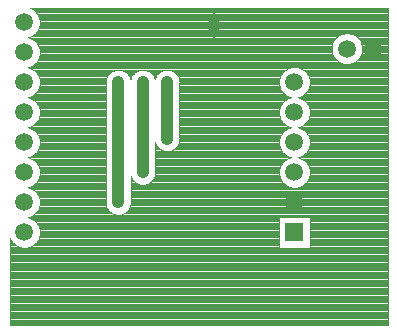
<source format=gbr>
G04 DipTrace 3.0.0.2*
G04 Bottom.gbr*
%MOIN*%
G04 #@! TF.FileFunction,Copper,L2,Bot*
G04 #@! TF.Part,Single*
G04 #@! TA.AperFunction,Conductor*
%ADD13C,0.03937*%
G04 #@! TA.AperFunction,CopperBalancing*
%ADD15C,0.003937*%
G04 #@! TA.AperFunction,ComponentPad*
%ADD16C,0.059055*%
%ADD19R,0.059055X0.059055*%
%ADD20C,0.059055*%
G04 #@! TA.AperFunction,ViaPad*
%ADD21C,0.04*%
%FSLAX26Y26*%
G04*
G70*
G90*
G75*
G01*
G04 Bottom*
%LPD*%
X772264Y825197D2*
D13*
Y1225197D1*
X853514Y925197D2*
Y1225197D1*
X934764Y1037697D2*
Y1225197D1*
D21*
X772264Y825197D3*
Y1225197D3*
X853514D3*
X934764D3*
X853514Y925197D3*
X934764Y1037697D3*
X1090995Y1437659D3*
Y1393913D3*
X486301Y1469381D2*
D15*
X1669823D1*
X491861Y1465575D2*
X1669823D1*
X496190Y1461769D2*
X1669823D1*
X499681Y1457963D2*
X1669823D1*
X502549Y1454157D2*
X1669823D1*
X504910Y1450352D2*
X1669823D1*
X506847Y1446546D2*
X1669823D1*
X508408Y1442740D2*
X1669823D1*
X509623Y1438934D2*
X1669823D1*
X510523Y1435129D2*
X1669823D1*
X511130Y1431323D2*
X1669823D1*
X511446Y1427517D2*
X1669823D1*
X511476Y1423711D2*
X1669823D1*
X511223Y1419906D2*
X1669823D1*
X510684Y1416100D2*
X1669823D1*
X509846Y1412294D2*
X1669823D1*
X508701Y1408488D2*
X1669823D1*
X507216Y1404682D2*
X1669823D1*
X505371Y1400877D2*
X1669823D1*
X503103Y1397071D2*
X1669823D1*
X500357Y1393265D2*
X1669823D1*
X497013Y1389459D2*
X1669823D1*
X492899Y1385654D2*
X1516049D1*
X1553484D2*
X1669823D1*
X487662Y1381848D2*
X1508175D1*
X1561358D2*
X1669823D1*
X480457Y1378042D2*
X1502623D1*
X1566902D2*
X1669823D1*
X475351Y1374236D2*
X1498309D1*
X1571224D2*
X1669823D1*
X484440Y1370430D2*
X1494818D1*
X1574707D2*
X1669823D1*
X490476Y1366625D2*
X1491957D1*
X1577567D2*
X1669823D1*
X495090Y1362819D2*
X1489597D1*
X1579928D2*
X1669823D1*
X498789Y1359013D2*
X1487667D1*
X1581858D2*
X1669823D1*
X501811Y1355207D2*
X1486113D1*
X1583419D2*
X1669823D1*
X504302Y1351402D2*
X1484891D1*
X1584634D2*
X1669823D1*
X506355Y1347596D2*
X1483991D1*
X1585534D2*
X1669823D1*
X508008Y1343790D2*
X1483391D1*
X1586133D2*
X1669823D1*
X509323Y1339984D2*
X1483084D1*
X1586449D2*
X1669823D1*
X510308Y1336178D2*
X1483053D1*
X1586472D2*
X1669823D1*
X510992Y1332373D2*
X1483307D1*
X1586218D2*
X1669823D1*
X511384Y1328567D2*
X1483853D1*
X1585680D2*
X1669823D1*
X511492Y1324761D2*
X1484691D1*
X1584842D2*
X1669823D1*
X511323Y1320955D2*
X1485837D1*
X1583688D2*
X1669823D1*
X510861Y1317150D2*
X1487321D1*
X1582204D2*
X1669823D1*
X510108Y1313344D2*
X1489174D1*
X1580351D2*
X1669823D1*
X509047Y1309538D2*
X1491442D1*
X1578083D2*
X1669823D1*
X507662Y1305732D2*
X1494195D1*
X1575330D2*
X1669823D1*
X505917Y1301927D2*
X1497548D1*
X1571985D2*
X1669823D1*
X503772Y1298121D2*
X1501669D1*
X1567856D2*
X1669823D1*
X501173Y1294315D2*
X1506921D1*
X1562611D2*
X1669823D1*
X498004Y1290509D2*
X1514149D1*
X1555383D2*
X1669823D1*
X494129Y1286703D2*
X1528429D1*
X1541096D2*
X1669823D1*
X489254Y1282898D2*
X1669823D1*
X482741Y1279092D2*
X1669823D1*
X472183Y1275286D2*
X1348111D1*
X1371413D2*
X1669823D1*
X482372Y1271480D2*
X1337153D1*
X1382370D2*
X1669823D1*
X488992Y1267675D2*
X1330540D1*
X1388991D2*
X1669823D1*
X493921Y1263869D2*
X755975D1*
X788551D2*
X837230D1*
X869806D2*
X918477D1*
X951053D2*
X1325604D1*
X1393920D2*
X1669823D1*
X497843Y1260063D2*
X748793D1*
X795733D2*
X830048D1*
X876988D2*
X911295D1*
X958235D2*
X1321690D1*
X1397841D2*
X1669823D1*
X501034Y1256257D2*
X743880D1*
X800647D2*
X825134D1*
X881901D2*
X906381D1*
X963148D2*
X1318491D1*
X1401033D2*
X1669823D1*
X503664Y1252451D2*
X740166D1*
X804368D2*
X821413D1*
X885615D2*
X902660D1*
X966862D2*
X1315861D1*
X1403662D2*
X1669823D1*
X505825Y1248646D2*
X737252D1*
X807275D2*
X818506D1*
X888522D2*
X899753D1*
X969776D2*
X1313700D1*
X1405831D2*
X1669823D1*
X507593Y1244840D2*
X734960D1*
X809566D2*
X816215D1*
X890821D2*
X897462D1*
X972068D2*
X1311939D1*
X1407592D2*
X1669823D1*
X508993Y1241034D2*
X733176D1*
X811350D2*
X814423D1*
X892605D2*
X895678D1*
X973852D2*
X1310532D1*
X1408991D2*
X1669823D1*
X510069Y1237228D2*
X731830D1*
X975198D2*
X1309463D1*
X1410068D2*
X1669823D1*
X510831Y1233423D2*
X730877D1*
X976151D2*
X1308694D1*
X1410829D2*
X1669823D1*
X511307Y1229617D2*
X730293D1*
X976735D2*
X1308225D1*
X1411306D2*
X1669823D1*
X511492Y1225811D2*
X730062D1*
X976966D2*
X1308033D1*
X1411490D2*
X1669823D1*
X511400Y1222005D2*
X730185D1*
X976843D2*
X1308133D1*
X1411398D2*
X1669823D1*
X511015Y1218199D2*
X730385D1*
X976643D2*
X1308510D1*
X1411014D2*
X1669823D1*
X510346Y1214394D2*
X730385D1*
X976643D2*
X1309179D1*
X1410345D2*
X1669823D1*
X509377Y1210588D2*
X730385D1*
X976643D2*
X1310155D1*
X1409376D2*
X1669823D1*
X508078Y1206782D2*
X730385D1*
X976643D2*
X1311447D1*
X1408076D2*
X1669823D1*
X506440Y1202976D2*
X730385D1*
X976643D2*
X1313093D1*
X1406438D2*
X1669823D1*
X504410Y1199171D2*
X730385D1*
X976643D2*
X1315115D1*
X1404408D2*
X1669823D1*
X501941Y1195365D2*
X730385D1*
X976643D2*
X1317591D1*
X1401940D2*
X1669823D1*
X498943Y1191559D2*
X730385D1*
X976643D2*
X1320590D1*
X1398941D2*
X1669823D1*
X495282Y1187753D2*
X730385D1*
X976643D2*
X1324250D1*
X1395281D2*
X1669823D1*
X490723Y1183948D2*
X730385D1*
X976643D2*
X1328810D1*
X1390721D2*
X1669823D1*
X484771Y1180142D2*
X730385D1*
X976643D2*
X1334762D1*
X1384769D2*
X1669823D1*
X475913Y1176336D2*
X730385D1*
X976643D2*
X1343612D1*
X1375911D2*
X1669823D1*
X480034Y1172530D2*
X730385D1*
X976643D2*
X1339491D1*
X1380040D2*
X1669823D1*
X487378Y1168724D2*
X730385D1*
X976643D2*
X1332147D1*
X1387376D2*
X1669823D1*
X492683Y1164919D2*
X730385D1*
X976643D2*
X1326849D1*
X1392682D2*
X1669823D1*
X496843Y1161113D2*
X730385D1*
X976643D2*
X1322689D1*
X1396842D2*
X1669823D1*
X500211Y1157307D2*
X730385D1*
X976643D2*
X1319314D1*
X1400218D2*
X1669823D1*
X502987Y1153501D2*
X730385D1*
X976643D2*
X1316538D1*
X1402986D2*
X1669823D1*
X505271Y1149696D2*
X730385D1*
X976643D2*
X1314254D1*
X1405277D2*
X1669823D1*
X507140Y1145890D2*
X730385D1*
X976643D2*
X1312385D1*
X1407138D2*
X1669823D1*
X508639Y1142084D2*
X730385D1*
X976643D2*
X1310886D1*
X1408637D2*
X1669823D1*
X509800Y1138278D2*
X730385D1*
X976643D2*
X1309725D1*
X1409799D2*
X1669823D1*
X510654Y1134472D2*
X730385D1*
X976643D2*
X1308879D1*
X1410652D2*
X1669823D1*
X511207Y1130667D2*
X730385D1*
X976643D2*
X1308325D1*
X1411206D2*
X1669823D1*
X511469Y1126861D2*
X730385D1*
X976643D2*
X1308056D1*
X1411467D2*
X1669823D1*
X511453Y1123055D2*
X730385D1*
X976643D2*
X1308079D1*
X1411452D2*
X1669823D1*
X511153Y1119249D2*
X730385D1*
X976643D2*
X1308379D1*
X1411152D2*
X1669823D1*
X510561Y1115444D2*
X730385D1*
X976643D2*
X1308964D1*
X1410560D2*
X1669823D1*
X509669Y1111638D2*
X730385D1*
X976643D2*
X1309855D1*
X1409676D2*
X1669823D1*
X508470Y1107832D2*
X730385D1*
X976643D2*
X1311055D1*
X1408468D2*
X1669823D1*
X506924Y1104026D2*
X730385D1*
X976643D2*
X1312601D1*
X1406930D2*
X1669823D1*
X505010Y1100220D2*
X730385D1*
X976643D2*
X1314515D1*
X1405008D2*
X1669823D1*
X502672Y1096415D2*
X730385D1*
X976643D2*
X1316861D1*
X1402670D2*
X1669823D1*
X499827Y1092609D2*
X730385D1*
X976643D2*
X1319698D1*
X1399825D2*
X1669823D1*
X496367Y1088803D2*
X730385D1*
X976643D2*
X1323158D1*
X1396365D2*
X1669823D1*
X492091Y1084997D2*
X730385D1*
X976643D2*
X1327441D1*
X1392090D2*
X1669823D1*
X486601Y1081192D2*
X730385D1*
X976643D2*
X1332932D1*
X1386599D2*
X1669823D1*
X478858Y1077386D2*
X730385D1*
X976643D2*
X1340667D1*
X1378856D2*
X1669823D1*
X477327Y1073580D2*
X730385D1*
X976643D2*
X1342205D1*
X1377326D2*
X1669823D1*
X485624Y1069774D2*
X730385D1*
X976643D2*
X1333908D1*
X1385623D2*
X1669823D1*
X491353Y1065969D2*
X730385D1*
X976643D2*
X1328172D1*
X1391352D2*
X1669823D1*
X495782Y1062163D2*
X730385D1*
X976643D2*
X1323743D1*
X1395781D2*
X1669823D1*
X499350Y1058357D2*
X730385D1*
X976643D2*
X1320175D1*
X1399349D2*
X1669823D1*
X502272Y1054551D2*
X730385D1*
X976643D2*
X1317253D1*
X1402278D2*
X1669823D1*
X504687Y1050745D2*
X730385D1*
X976643D2*
X1314838D1*
X1404685D2*
X1669823D1*
X506663Y1046940D2*
X730385D1*
X976643D2*
X1312862D1*
X1406661D2*
X1669823D1*
X508262Y1043134D2*
X730385D1*
X976643D2*
X1311270D1*
X1408261D2*
X1669823D1*
X509516Y1039328D2*
X730385D1*
X976935D2*
X1310017D1*
X1409514D2*
X1669823D1*
X510446Y1035522D2*
X730385D1*
X976912D2*
X1309079D1*
X1410445D2*
X1669823D1*
X511077Y1031717D2*
X730385D1*
X976535D2*
X1308448D1*
X1411083D2*
X1669823D1*
X511423Y1027911D2*
X730385D1*
X975805D2*
X1308102D1*
X1411421D2*
X1669823D1*
X511484Y1024105D2*
X730385D1*
X974698D2*
X1308041D1*
X1411483D2*
X1669823D1*
X511261Y1020299D2*
X730385D1*
X973175D2*
X1308264D1*
X1411260D2*
X1669823D1*
X510754Y1016493D2*
X730385D1*
X895389D2*
X898338D1*
X971191D2*
X1308771D1*
X1410752D2*
X1669823D1*
X509946Y1012688D2*
X730385D1*
X895389D2*
X900860D1*
X968661D2*
X1309579D1*
X1409952D2*
X1669823D1*
X508831Y1008882D2*
X730385D1*
X895389D2*
X904075D1*
X965455D2*
X1310694D1*
X1408837D2*
X1669823D1*
X507386Y1005076D2*
X730385D1*
X895389D2*
X908219D1*
X961310D2*
X1312139D1*
X1407392D2*
X1669823D1*
X505579Y1001270D2*
X730385D1*
X895389D2*
X913848D1*
X955682D2*
X1313946D1*
X1405577D2*
X1669823D1*
X503364Y997465D2*
X730385D1*
X895389D2*
X922991D1*
X946539D2*
X1316169D1*
X1403363D2*
X1669823D1*
X500665Y993659D2*
X730385D1*
X895389D2*
X1318860D1*
X1400663D2*
X1669823D1*
X497389Y989853D2*
X730385D1*
X895389D2*
X1322136D1*
X1397395D2*
X1669823D1*
X493368Y986047D2*
X730385D1*
X895389D2*
X1326157D1*
X1393366D2*
X1669823D1*
X488270Y982241D2*
X730385D1*
X895389D2*
X1331255D1*
X1388276D2*
X1669823D1*
X481349Y978436D2*
X730385D1*
X895389D2*
X1338183D1*
X1381348D2*
X1669823D1*
X474013Y974630D2*
X730385D1*
X895389D2*
X1345512D1*
X1374012D2*
X1669823D1*
X483687Y970824D2*
X730385D1*
X895389D2*
X1335838D1*
X1383693D2*
X1669823D1*
X489931Y967018D2*
X730385D1*
X895389D2*
X1329594D1*
X1389937D2*
X1669823D1*
X494660Y963213D2*
X730385D1*
X895389D2*
X1324865D1*
X1394658D2*
X1669823D1*
X498435Y959407D2*
X730385D1*
X895389D2*
X1321090D1*
X1398434D2*
X1669823D1*
X501526Y955601D2*
X730385D1*
X895389D2*
X1318006D1*
X1401525D2*
X1669823D1*
X504071Y951795D2*
X730385D1*
X895389D2*
X1315461D1*
X1404070D2*
X1669823D1*
X506155Y947990D2*
X730385D1*
X895389D2*
X1313370D1*
X1406161D2*
X1669823D1*
X507855Y944184D2*
X730385D1*
X895389D2*
X1311670D1*
X1407853D2*
X1669823D1*
X509200Y940378D2*
X730385D1*
X895389D2*
X1310325D1*
X1409199D2*
X1669823D1*
X510223Y936572D2*
X730385D1*
X895389D2*
X1309310D1*
X1410222D2*
X1669823D1*
X510938Y932766D2*
X730385D1*
X895389D2*
X1308594D1*
X1410937D2*
X1669823D1*
X511361Y928961D2*
X730385D1*
X895550D2*
X1308171D1*
X1411360D2*
X1669823D1*
X511499Y925155D2*
X730385D1*
X895719D2*
X1308033D1*
X1411498D2*
X1669823D1*
X511353Y921349D2*
X730385D1*
X895542D2*
X1308179D1*
X1411352D2*
X1669823D1*
X510923Y917543D2*
X730385D1*
X895012D2*
X1308602D1*
X1410921D2*
X1669823D1*
X510200Y913738D2*
X730385D1*
X894120D2*
X1309325D1*
X1410198D2*
X1669823D1*
X509177Y909932D2*
X730385D1*
X892836D2*
X1310355D1*
X1409176D2*
X1669823D1*
X507824Y906126D2*
X730385D1*
X891113D2*
X1311709D1*
X1407822D2*
X1669823D1*
X506117Y902320D2*
X730385D1*
X814142D2*
X818122D1*
X888906D2*
X1313408D1*
X1406115D2*
X1669823D1*
X504018Y898514D2*
X730385D1*
X814142D2*
X820928D1*
X886100D2*
X1315507D1*
X1404016D2*
X1669823D1*
X501465Y894709D2*
X730385D1*
X814142D2*
X824512D1*
X882516D2*
X1318068D1*
X1401463D2*
X1669823D1*
X498358Y890903D2*
X730385D1*
X814142D2*
X829202D1*
X877826D2*
X1321167D1*
X1398364D2*
X1669823D1*
X494567Y887097D2*
X730385D1*
X814142D2*
X835900D1*
X871128D2*
X1324958D1*
X1394566D2*
X1669823D1*
X489815Y883291D2*
X730385D1*
X814142D2*
X1329710D1*
X1389814D2*
X1669823D1*
X483525Y879486D2*
X730385D1*
X814142D2*
X1336000D1*
X1383524D2*
X1669823D1*
X473713Y875680D2*
X730385D1*
X814142D2*
X1345819D1*
X1373712D2*
X1669823D1*
X481534Y871874D2*
X730385D1*
X814142D2*
X1669823D1*
X488400Y868068D2*
X730385D1*
X814142D2*
X1669823D1*
X493468Y864262D2*
X730385D1*
X814142D2*
X1669823D1*
X497474Y860457D2*
X730385D1*
X814142D2*
X1669823D1*
X500734Y856651D2*
X730385D1*
X814142D2*
X1669823D1*
X503418Y852845D2*
X730385D1*
X814142D2*
X1669823D1*
X505625Y849039D2*
X730385D1*
X814142D2*
X1669823D1*
X507424Y845234D2*
X730385D1*
X814142D2*
X1669823D1*
X508862Y841428D2*
X730385D1*
X814142D2*
X1669823D1*
X509969Y837622D2*
X730385D1*
X814142D2*
X1669823D1*
X510769Y833816D2*
X730385D1*
X814142D2*
X1669823D1*
X511269Y830010D2*
X730339D1*
X814188D2*
X1669823D1*
X511484Y826205D2*
X730070D1*
X814457D2*
X1669823D1*
X511423Y822399D2*
X730154D1*
X814372D2*
X1669823D1*
X511069Y818593D2*
X730585D1*
X813942D2*
X1669823D1*
X510431Y814787D2*
X731377D1*
X813150D2*
X1669823D1*
X509485Y810982D2*
X732553D1*
X811981D2*
X1669823D1*
X508231Y807176D2*
X734145D1*
X810389D2*
X1669823D1*
X506624Y803370D2*
X736206D1*
X808321D2*
X1669823D1*
X504640Y799564D2*
X738836D1*
X805691D2*
X1669823D1*
X502218Y795759D2*
X742180D1*
X802346D2*
X1669823D1*
X499281Y791953D2*
X746510D1*
X798017D2*
X1669823D1*
X495698Y788147D2*
X752492D1*
X792034D2*
X1669823D1*
X491245Y784341D2*
X762980D1*
X781546D2*
X1669823D1*
X485478Y780535D2*
X1669823D1*
X477089Y776730D2*
X1669823D1*
X479073Y772924D2*
X1308033D1*
X1411498D2*
X1669823D1*
X486739Y769118D2*
X1308033D1*
X1411498D2*
X1669823D1*
X492191Y765312D2*
X1308033D1*
X1411498D2*
X1669823D1*
X496451Y761507D2*
X1308033D1*
X1411498D2*
X1669823D1*
X499896Y757701D2*
X1308033D1*
X1411498D2*
X1669823D1*
X502726Y753895D2*
X1308033D1*
X1411498D2*
X1669823D1*
X505056Y750089D2*
X1308033D1*
X1411498D2*
X1669823D1*
X506963Y746283D2*
X1308033D1*
X1411498D2*
X1669823D1*
X508501Y742478D2*
X1308033D1*
X1411498D2*
X1669823D1*
X509692Y738672D2*
X1308033D1*
X1411498D2*
X1669823D1*
X510577Y734866D2*
X1308033D1*
X1411498D2*
X1669823D1*
X511161Y731060D2*
X1308033D1*
X1411498D2*
X1669823D1*
X511453Y727255D2*
X1308033D1*
X1411498D2*
X1669823D1*
X511469Y723449D2*
X1308033D1*
X1411498D2*
X1669823D1*
X511192Y719643D2*
X1308033D1*
X1411498D2*
X1669823D1*
X510638Y715837D2*
X1308033D1*
X1411498D2*
X1669823D1*
X509777Y712031D2*
X1308033D1*
X1411498D2*
X1669823D1*
X508608Y708226D2*
X1308033D1*
X1411498D2*
X1669823D1*
X507101Y704420D2*
X1308033D1*
X1411498D2*
X1669823D1*
X412178Y700614D2*
X414302D1*
X505225D2*
X1308033D1*
X1411498D2*
X1669823D1*
X412178Y696808D2*
X416593D1*
X502933D2*
X1308033D1*
X1411498D2*
X1669823D1*
X412178Y693003D2*
X419384D1*
X500150D2*
X1308033D1*
X1411498D2*
X1669823D1*
X412178Y689197D2*
X422768D1*
X496759D2*
X1308033D1*
X1411498D2*
X1669823D1*
X412178Y685391D2*
X426951D1*
X492576D2*
X1308033D1*
X1411498D2*
X1669823D1*
X412178Y681585D2*
X432287D1*
X487247D2*
X1308033D1*
X1411498D2*
X1669823D1*
X412178Y677780D2*
X439692D1*
X479834D2*
X1308033D1*
X1411498D2*
X1669823D1*
X412178Y673974D2*
X455932D1*
X463594D2*
X1308033D1*
X1411498D2*
X1669823D1*
X412178Y670168D2*
X1669823D1*
X412178Y666362D2*
X1669823D1*
X412178Y662556D2*
X1669823D1*
X412178Y658751D2*
X1669823D1*
X412178Y654945D2*
X1669823D1*
X412178Y651139D2*
X1669823D1*
X412178Y647333D2*
X1669823D1*
X412178Y643528D2*
X1669823D1*
X412178Y639722D2*
X1669823D1*
X412178Y635916D2*
X1669823D1*
X412178Y632110D2*
X1669823D1*
X412178Y628304D2*
X1669823D1*
X412178Y624499D2*
X1669823D1*
X412178Y620693D2*
X1669823D1*
X412178Y616887D2*
X1669823D1*
X412178Y613081D2*
X1669823D1*
X412178Y609276D2*
X1669823D1*
X412178Y605470D2*
X1669823D1*
X412178Y601664D2*
X1669823D1*
X412178Y597858D2*
X1669823D1*
X412178Y594052D2*
X1669823D1*
X412178Y590247D2*
X1669823D1*
X412178Y586441D2*
X1669823D1*
X412178Y582635D2*
X1669823D1*
X412178Y578829D2*
X1669823D1*
X412178Y575024D2*
X1669823D1*
X412178Y571218D2*
X1669823D1*
X412178Y567412D2*
X1669823D1*
X412178Y563606D2*
X1669823D1*
X412178Y559801D2*
X1669823D1*
X412178Y555995D2*
X1669823D1*
X412178Y552189D2*
X1669823D1*
X412178Y548383D2*
X1669823D1*
X412178Y544577D2*
X1669823D1*
X412178Y540772D2*
X1669823D1*
X412178Y536966D2*
X1669823D1*
X412178Y533160D2*
X1669823D1*
X412178Y529354D2*
X1669823D1*
X412178Y525549D2*
X1669823D1*
X412178Y521743D2*
X1669823D1*
X412178Y517937D2*
X1669823D1*
X412178Y514131D2*
X1669823D1*
X412178Y510325D2*
X1669823D1*
X412178Y506520D2*
X1669823D1*
X412178Y502714D2*
X1669823D1*
X412178Y498908D2*
X1669823D1*
X412178Y495102D2*
X1669823D1*
X412178Y491297D2*
X1669823D1*
X412178Y487491D2*
X1669823D1*
X412178Y483685D2*
X1669823D1*
X412178Y479879D2*
X1669823D1*
X412178Y476073D2*
X1669823D1*
X412178Y472268D2*
X1669823D1*
X412178Y468462D2*
X1669823D1*
X412178Y464656D2*
X1669823D1*
X412178Y460850D2*
X1669823D1*
X412178Y457045D2*
X1669823D1*
X412178Y453239D2*
X1669823D1*
X412178Y449433D2*
X1669823D1*
X412178Y445627D2*
X1669823D1*
X412178Y441822D2*
X1669823D1*
X412178Y438016D2*
X1669823D1*
X412178Y434210D2*
X1669823D1*
X412178Y430404D2*
X1669823D1*
X412178Y426598D2*
X1669823D1*
X412178Y422793D2*
X1669823D1*
X412178Y418987D2*
X1669823D1*
X412178Y415181D2*
X1669823D1*
X511065Y723229D2*
X510763Y719304D1*
X510162Y715415D1*
X509264Y711582D1*
X508076Y707830D1*
X506603Y704180D1*
X504855Y700653D1*
X502842Y697271D1*
X500576Y694052D1*
X498070Y691017D1*
X495339Y688183D1*
X492399Y685566D1*
X489267Y683182D1*
X485961Y681046D1*
X482502Y679168D1*
X478909Y677561D1*
X475203Y676235D1*
X471406Y675196D1*
X467542Y674451D1*
X463631Y674004D1*
X459698Y673858D1*
X455765Y674014D1*
X451855Y674471D1*
X447992Y675226D1*
X444198Y676275D1*
X440496Y677611D1*
X436907Y679227D1*
X433453Y681113D1*
X430153Y683259D1*
X427027Y685650D1*
X424093Y688275D1*
X421369Y691116D1*
X418871Y694158D1*
X416613Y697382D1*
X414609Y700769D1*
X412870Y704301D1*
X411769Y706998D1*
X411785Y650352D1*
Y414735D1*
X1670215D1*
Y1473186D1*
X478002D1*
X480962Y1471955D1*
X484482Y1470193D1*
X487857Y1468167D1*
X491066Y1465889D1*
X494091Y1463371D1*
X496915Y1460629D1*
X499521Y1457678D1*
X501892Y1454537D1*
X504016Y1451223D1*
X505880Y1447757D1*
X507473Y1444157D1*
X508785Y1440446D1*
X509809Y1436646D1*
X510539Y1432778D1*
X510971Y1428866D1*
X511102Y1425197D1*
X510951Y1421264D1*
X510500Y1417354D1*
X509750Y1413490D1*
X508706Y1409695D1*
X507374Y1405991D1*
X505763Y1402400D1*
X503881Y1398942D1*
X501740Y1395640D1*
X499352Y1392511D1*
X496732Y1389574D1*
X493894Y1386846D1*
X490856Y1384344D1*
X487635Y1382082D1*
X484250Y1380074D1*
X480721Y1378330D1*
X477068Y1376863D1*
X473315Y1375679D1*
X471414Y1375198D1*
X475455Y1374079D1*
X479154Y1372733D1*
X482739Y1371108D1*
X486189Y1369212D1*
X489483Y1367059D1*
X492603Y1364659D1*
X495530Y1362027D1*
X498246Y1359179D1*
X500736Y1356130D1*
X502986Y1352901D1*
X504981Y1349508D1*
X506711Y1345972D1*
X508165Y1342314D1*
X509334Y1338556D1*
X510212Y1334719D1*
X510793Y1330826D1*
X511074Y1326900D1*
X511065Y1323229D1*
X510763Y1319304D1*
X510162Y1315415D1*
X509264Y1311582D1*
X508076Y1307830D1*
X506603Y1304180D1*
X504855Y1300653D1*
X502842Y1297271D1*
X500576Y1294052D1*
X498070Y1291017D1*
X495339Y1288183D1*
X492399Y1285566D1*
X489267Y1283182D1*
X485961Y1281046D1*
X482502Y1279168D1*
X478909Y1277561D1*
X475203Y1276235D1*
X471414Y1275198D1*
X475455Y1274079D1*
X479154Y1272733D1*
X482739Y1271108D1*
X486189Y1269212D1*
X489483Y1267059D1*
X492603Y1264659D1*
X495530Y1262027D1*
X498246Y1259179D1*
X500736Y1256130D1*
X502986Y1252901D1*
X504981Y1249508D1*
X506711Y1245972D1*
X508165Y1242314D1*
X509334Y1238556D1*
X510212Y1234719D1*
X510793Y1230826D1*
X511074Y1226900D1*
X511065Y1223229D1*
X510763Y1219304D1*
X510162Y1215415D1*
X509264Y1211582D1*
X508076Y1207830D1*
X506603Y1204180D1*
X504855Y1200653D1*
X502842Y1197271D1*
X500576Y1194052D1*
X498070Y1191017D1*
X495339Y1188183D1*
X492399Y1185566D1*
X489267Y1183182D1*
X485961Y1181046D1*
X482502Y1179168D1*
X478909Y1177561D1*
X475203Y1176235D1*
X471414Y1175198D1*
X475455Y1174079D1*
X479154Y1172733D1*
X482739Y1171108D1*
X486189Y1169212D1*
X489483Y1167059D1*
X492603Y1164659D1*
X495530Y1162027D1*
X498246Y1159179D1*
X500736Y1156130D1*
X502986Y1152901D1*
X504981Y1149508D1*
X506711Y1145972D1*
X508165Y1142314D1*
X509334Y1138556D1*
X510212Y1134719D1*
X510793Y1130826D1*
X511074Y1126900D1*
X511065Y1123229D1*
X510763Y1119304D1*
X510162Y1115415D1*
X509264Y1111582D1*
X508076Y1107830D1*
X506603Y1104180D1*
X504855Y1100653D1*
X502842Y1097271D1*
X500576Y1094052D1*
X498070Y1091017D1*
X495339Y1088183D1*
X492399Y1085566D1*
X489267Y1083182D1*
X485961Y1081046D1*
X482502Y1079168D1*
X478909Y1077561D1*
X475203Y1076235D1*
X471414Y1075198D1*
X475455Y1074079D1*
X479154Y1072733D1*
X482739Y1071108D1*
X486189Y1069212D1*
X489483Y1067059D1*
X492603Y1064659D1*
X495530Y1062027D1*
X498246Y1059179D1*
X500736Y1056130D1*
X502986Y1052901D1*
X504981Y1049508D1*
X506711Y1045972D1*
X508165Y1042314D1*
X509334Y1038556D1*
X510212Y1034719D1*
X510793Y1030826D1*
X511074Y1026900D1*
X511065Y1023229D1*
X510763Y1019304D1*
X510162Y1015415D1*
X509264Y1011582D1*
X508076Y1007830D1*
X506603Y1004180D1*
X504855Y1000653D1*
X502842Y997271D1*
X500576Y994052D1*
X498070Y991017D1*
X495339Y988183D1*
X492399Y985566D1*
X489267Y983182D1*
X485961Y981046D1*
X482502Y979168D1*
X478909Y977561D1*
X475203Y976235D1*
X471414Y975198D1*
X475455Y974079D1*
X479154Y972733D1*
X482739Y971108D1*
X486189Y969212D1*
X489483Y967059D1*
X492603Y964659D1*
X495530Y962027D1*
X498246Y959179D1*
X500736Y956130D1*
X502986Y952901D1*
X504981Y949508D1*
X506711Y945972D1*
X508165Y942314D1*
X509334Y938556D1*
X510212Y934719D1*
X510793Y930826D1*
X511074Y926900D1*
X511065Y923229D1*
X510763Y919304D1*
X510162Y915415D1*
X509264Y911582D1*
X508076Y907830D1*
X506603Y904180D1*
X504855Y900653D1*
X502842Y897271D1*
X500576Y894052D1*
X498070Y891017D1*
X495339Y888183D1*
X492399Y885566D1*
X489267Y883182D1*
X485961Y881046D1*
X482502Y879168D1*
X478909Y877561D1*
X475203Y876235D1*
X471414Y875198D1*
X475455Y874079D1*
X479154Y872733D1*
X482739Y871108D1*
X486189Y869212D1*
X489483Y867059D1*
X492603Y864659D1*
X495530Y862027D1*
X498246Y859179D1*
X500736Y856130D1*
X502986Y852901D1*
X504981Y849508D1*
X506711Y845972D1*
X508165Y842314D1*
X509334Y838556D1*
X510212Y834719D1*
X510793Y830826D1*
X511074Y826900D1*
X511065Y823229D1*
X510763Y819304D1*
X510162Y815415D1*
X509264Y811582D1*
X508076Y807830D1*
X506603Y804180D1*
X504855Y800653D1*
X502842Y797271D1*
X500576Y794052D1*
X498070Y791017D1*
X495339Y788183D1*
X492399Y785566D1*
X489267Y783182D1*
X485961Y781046D1*
X482502Y779168D1*
X478909Y777561D1*
X475203Y776235D1*
X471414Y775198D1*
X475455Y774079D1*
X479154Y772733D1*
X482739Y771108D1*
X486189Y769212D1*
X489483Y767059D1*
X492603Y764659D1*
X495530Y762027D1*
X498246Y759179D1*
X500736Y756130D1*
X502986Y752901D1*
X504981Y749508D1*
X506711Y745972D1*
X508165Y742314D1*
X509334Y738556D1*
X510212Y734719D1*
X510793Y730826D1*
X511074Y726900D1*
X511065Y723229D1*
X1310394Y776535D2*
X1411102D1*
Y673858D1*
X1308425D1*
Y776535D1*
X1310394D1*
X1411065Y923229D2*
X1410763Y919304D1*
X1410162Y915415D1*
X1409264Y911582D1*
X1408076Y907830D1*
X1406603Y904180D1*
X1404855Y900653D1*
X1402842Y897271D1*
X1400576Y894052D1*
X1398070Y891017D1*
X1395339Y888183D1*
X1392399Y885566D1*
X1389267Y883182D1*
X1385961Y881046D1*
X1382502Y879168D1*
X1378909Y877561D1*
X1375203Y876235D1*
X1371406Y875196D1*
X1367542Y874451D1*
X1363631Y874004D1*
X1359698Y873858D1*
X1355765Y874014D1*
X1351855Y874471D1*
X1347992Y875226D1*
X1344198Y876275D1*
X1340496Y877611D1*
X1336907Y879227D1*
X1333453Y881113D1*
X1330153Y883259D1*
X1327027Y885650D1*
X1324093Y888275D1*
X1321369Y891116D1*
X1318871Y894158D1*
X1316613Y897382D1*
X1314609Y900769D1*
X1312870Y904301D1*
X1311407Y907955D1*
X1310228Y911710D1*
X1309341Y915545D1*
X1308749Y919436D1*
X1308458Y923361D1*
X1308468Y927297D1*
X1308780Y931221D1*
X1309391Y935109D1*
X1310299Y938939D1*
X1311497Y942688D1*
X1312979Y946335D1*
X1314736Y949857D1*
X1316757Y953234D1*
X1319032Y956447D1*
X1321545Y959475D1*
X1324284Y962303D1*
X1327231Y964912D1*
X1330369Y967287D1*
X1333680Y969416D1*
X1337145Y971284D1*
X1340742Y972881D1*
X1344451Y974199D1*
X1348123Y975196D1*
X1344198Y976275D1*
X1340496Y977611D1*
X1336907Y979227D1*
X1333453Y981113D1*
X1330153Y983259D1*
X1327027Y985650D1*
X1324093Y988275D1*
X1321369Y991116D1*
X1318871Y994158D1*
X1316613Y997382D1*
X1314609Y1000769D1*
X1312870Y1004301D1*
X1311407Y1007955D1*
X1310228Y1011710D1*
X1309341Y1015545D1*
X1308749Y1019436D1*
X1308458Y1023361D1*
X1308468Y1027297D1*
X1308780Y1031221D1*
X1309391Y1035109D1*
X1310299Y1038939D1*
X1311497Y1042688D1*
X1312979Y1046335D1*
X1314736Y1049857D1*
X1316757Y1053234D1*
X1319032Y1056447D1*
X1321545Y1059475D1*
X1324284Y1062303D1*
X1327231Y1064912D1*
X1330369Y1067287D1*
X1333680Y1069416D1*
X1337145Y1071284D1*
X1340742Y1072881D1*
X1344451Y1074199D1*
X1348123Y1075196D1*
X1344198Y1076275D1*
X1340496Y1077611D1*
X1336907Y1079227D1*
X1333453Y1081113D1*
X1330153Y1083259D1*
X1327027Y1085650D1*
X1324093Y1088275D1*
X1321369Y1091116D1*
X1318871Y1094158D1*
X1316613Y1097382D1*
X1314609Y1100769D1*
X1312870Y1104301D1*
X1311407Y1107955D1*
X1310228Y1111710D1*
X1309341Y1115545D1*
X1308749Y1119436D1*
X1308458Y1123361D1*
X1308468Y1127297D1*
X1308780Y1131221D1*
X1309391Y1135109D1*
X1310299Y1138939D1*
X1311497Y1142688D1*
X1312979Y1146335D1*
X1314736Y1149857D1*
X1316757Y1153234D1*
X1319032Y1156447D1*
X1321545Y1159475D1*
X1324284Y1162303D1*
X1327231Y1164912D1*
X1330369Y1167287D1*
X1333680Y1169416D1*
X1337145Y1171284D1*
X1340742Y1172881D1*
X1344451Y1174199D1*
X1348123Y1175196D1*
X1344198Y1176275D1*
X1340496Y1177611D1*
X1336907Y1179227D1*
X1333453Y1181113D1*
X1330153Y1183259D1*
X1327027Y1185650D1*
X1324093Y1188275D1*
X1321369Y1191116D1*
X1318871Y1194158D1*
X1316613Y1197382D1*
X1314609Y1200769D1*
X1312870Y1204301D1*
X1311407Y1207955D1*
X1310228Y1211710D1*
X1309341Y1215545D1*
X1308749Y1219436D1*
X1308458Y1223361D1*
X1308468Y1227297D1*
X1308780Y1231221D1*
X1309391Y1235109D1*
X1310299Y1238939D1*
X1311497Y1242688D1*
X1312979Y1246335D1*
X1314736Y1249857D1*
X1316757Y1253234D1*
X1319032Y1256447D1*
X1321545Y1259475D1*
X1324284Y1262303D1*
X1327231Y1264912D1*
X1330369Y1267287D1*
X1333680Y1269416D1*
X1337145Y1271284D1*
X1340742Y1272881D1*
X1344451Y1274199D1*
X1348250Y1275228D1*
X1352117Y1275963D1*
X1356029Y1276399D1*
X1359962Y1276535D1*
X1363895Y1276369D1*
X1367803Y1275902D1*
X1371664Y1275137D1*
X1375455Y1274079D1*
X1379154Y1272733D1*
X1382739Y1271108D1*
X1386189Y1269212D1*
X1389483Y1267059D1*
X1392603Y1264659D1*
X1395530Y1262027D1*
X1398246Y1259179D1*
X1400736Y1256130D1*
X1402986Y1252901D1*
X1404981Y1249508D1*
X1406711Y1245972D1*
X1408165Y1242314D1*
X1409334Y1238556D1*
X1410212Y1234719D1*
X1410793Y1230826D1*
X1411074Y1226900D1*
X1411065Y1223229D1*
X1410763Y1219304D1*
X1410162Y1215415D1*
X1409264Y1211582D1*
X1408076Y1207830D1*
X1406603Y1204180D1*
X1404855Y1200653D1*
X1402842Y1197271D1*
X1400576Y1194052D1*
X1398070Y1191017D1*
X1395339Y1188183D1*
X1392399Y1185566D1*
X1389267Y1183182D1*
X1385961Y1181046D1*
X1382502Y1179168D1*
X1378909Y1177561D1*
X1375203Y1176235D1*
X1371414Y1175198D1*
X1375455Y1174079D1*
X1379154Y1172733D1*
X1382739Y1171108D1*
X1386189Y1169212D1*
X1389483Y1167059D1*
X1392603Y1164659D1*
X1395530Y1162027D1*
X1398246Y1159179D1*
X1400736Y1156130D1*
X1402986Y1152901D1*
X1404981Y1149508D1*
X1406711Y1145972D1*
X1408165Y1142314D1*
X1409334Y1138556D1*
X1410212Y1134719D1*
X1410793Y1130826D1*
X1411074Y1126900D1*
X1411065Y1123229D1*
X1410763Y1119304D1*
X1410162Y1115415D1*
X1409264Y1111582D1*
X1408076Y1107830D1*
X1406603Y1104180D1*
X1404855Y1100653D1*
X1402842Y1097271D1*
X1400576Y1094052D1*
X1398070Y1091017D1*
X1395339Y1088183D1*
X1392399Y1085566D1*
X1389267Y1083182D1*
X1385961Y1081046D1*
X1382502Y1079168D1*
X1378909Y1077561D1*
X1375203Y1076235D1*
X1371414Y1075198D1*
X1375455Y1074079D1*
X1379154Y1072733D1*
X1382739Y1071108D1*
X1386189Y1069212D1*
X1389483Y1067059D1*
X1392603Y1064659D1*
X1395530Y1062027D1*
X1398246Y1059179D1*
X1400736Y1056130D1*
X1402986Y1052901D1*
X1404981Y1049508D1*
X1406711Y1045972D1*
X1408165Y1042314D1*
X1409334Y1038556D1*
X1410212Y1034719D1*
X1410793Y1030826D1*
X1411074Y1026900D1*
X1411065Y1023229D1*
X1410763Y1019304D1*
X1410162Y1015415D1*
X1409264Y1011582D1*
X1408076Y1007830D1*
X1406603Y1004180D1*
X1404855Y1000653D1*
X1402842Y997271D1*
X1400576Y994052D1*
X1398070Y991017D1*
X1395339Y988183D1*
X1392399Y985566D1*
X1389267Y983182D1*
X1385961Y981046D1*
X1382502Y979168D1*
X1378909Y977561D1*
X1375203Y976235D1*
X1371414Y975198D1*
X1375455Y974079D1*
X1379154Y972733D1*
X1382739Y971108D1*
X1386189Y969212D1*
X1389483Y967059D1*
X1392603Y964659D1*
X1395530Y962027D1*
X1398246Y959179D1*
X1400736Y956130D1*
X1402986Y952901D1*
X1404981Y949508D1*
X1406711Y945972D1*
X1408165Y942314D1*
X1409334Y938556D1*
X1410212Y934719D1*
X1410793Y930826D1*
X1411074Y926900D1*
X1411065Y923229D1*
X814028Y823229D2*
X813658Y819311D1*
X812922Y815445D1*
X811825Y811665D1*
X810377Y808006D1*
X808592Y804498D1*
X806485Y801174D1*
X804075Y798063D1*
X801383Y795192D1*
X798432Y792588D1*
X795250Y790272D1*
X791865Y788265D1*
X788306Y786586D1*
X784604Y785248D1*
X780793Y784265D1*
X776907Y783644D1*
X772980Y783392D1*
X769046Y783510D1*
X765141Y783997D1*
X761298Y784849D1*
X757553Y786059D1*
X753939Y787616D1*
X750486Y789505D1*
X747227Y791711D1*
X744190Y794213D1*
X741401Y796990D1*
X738885Y800017D1*
X736666Y803267D1*
X734761Y806711D1*
X733189Y810319D1*
X731964Y814059D1*
X731095Y817897D1*
X730591Y821800D1*
X730456Y825733D1*
X730692Y829662D1*
X730781Y830340D1*
X730768Y903937D1*
Y1220074D1*
X730477Y1223765D1*
X730528Y1227700D1*
X730948Y1231613D1*
X731734Y1235470D1*
X732880Y1239235D1*
X734374Y1242876D1*
X736204Y1246360D1*
X738354Y1249656D1*
X740804Y1252736D1*
X743532Y1255572D1*
X746516Y1258139D1*
X749727Y1260414D1*
X753138Y1262377D1*
X756719Y1264011D1*
X760437Y1265300D1*
X764260Y1266235D1*
X768154Y1266805D1*
X772084Y1267007D1*
X776016Y1266839D1*
X779915Y1266302D1*
X783746Y1265400D1*
X787475Y1264143D1*
X791070Y1262540D1*
X794497Y1260606D1*
X797728Y1258359D1*
X800733Y1255818D1*
X803486Y1253005D1*
X805963Y1249947D1*
X808140Y1246669D1*
X810000Y1243200D1*
X811526Y1239572D1*
X812704Y1235817D1*
X812883Y1235062D1*
X813513Y1237366D1*
X814835Y1241073D1*
X816499Y1244639D1*
X818491Y1248033D1*
X820793Y1251225D1*
X823385Y1254187D1*
X826245Y1256891D1*
X829345Y1259315D1*
X832660Y1261436D1*
X836160Y1263236D1*
X839813Y1264699D1*
X843588Y1265813D1*
X847451Y1266566D1*
X851367Y1266953D1*
X855303Y1266970D1*
X859223Y1266616D1*
X863092Y1265896D1*
X866876Y1264815D1*
X870542Y1263384D1*
X874057Y1261613D1*
X877390Y1259521D1*
X880511Y1257124D1*
X883394Y1254444D1*
X886011Y1251505D1*
X888341Y1248333D1*
X890362Y1244956D1*
X892056Y1241404D1*
X893410Y1237709D1*
X894134Y1235062D1*
X894763Y1237366D1*
X896084Y1241073D1*
X897748Y1244639D1*
X899740Y1248033D1*
X902043Y1251225D1*
X904635Y1254187D1*
X907494Y1256891D1*
X910595Y1259315D1*
X913910Y1261436D1*
X917409Y1263236D1*
X921063Y1264699D1*
X924838Y1265813D1*
X928700Y1266566D1*
X932617Y1266953D1*
X936552Y1266970D1*
X940472Y1266616D1*
X944341Y1265896D1*
X948125Y1264815D1*
X951791Y1263384D1*
X955306Y1261613D1*
X958639Y1259521D1*
X961761Y1257124D1*
X964643Y1254444D1*
X967260Y1251505D1*
X969590Y1248333D1*
X971611Y1244956D1*
X973306Y1241404D1*
X974659Y1237709D1*
X975659Y1233902D1*
X976296Y1230018D1*
X976565Y1226092D1*
X976528Y1223229D1*
X976246Y1220052D1*
X976260Y1158268D1*
X976296Y1042518D1*
X976565Y1038592D1*
X976528Y1035729D1*
X976158Y1031811D1*
X975422Y1027945D1*
X974325Y1024165D1*
X972877Y1020506D1*
X971092Y1016998D1*
X968985Y1013674D1*
X966575Y1010563D1*
X963883Y1007692D1*
X960932Y1005088D1*
X957750Y1002772D1*
X954365Y1000765D1*
X950806Y999086D1*
X947104Y997748D1*
X943293Y996765D1*
X939407Y996144D1*
X935480Y995892D1*
X931546Y996010D1*
X927641Y996497D1*
X923798Y997349D1*
X920053Y998559D1*
X916439Y1000116D1*
X912986Y1002005D1*
X909727Y1004211D1*
X906690Y1006713D1*
X903901Y1009490D1*
X901385Y1012517D1*
X899166Y1015767D1*
X897261Y1019211D1*
X895689Y1022819D1*
X894999Y1024785D1*
X895011Y930313D1*
X895227Y928059D1*
X895325Y925197D1*
X895140Y921266D1*
X894586Y917369D1*
X893668Y913542D1*
X892395Y909819D1*
X890776Y906231D1*
X888828Y902812D1*
X886567Y899590D1*
X884013Y896596D1*
X881189Y893855D1*
X878119Y891392D1*
X874832Y889228D1*
X871356Y887383D1*
X867721Y885873D1*
X863961Y884712D1*
X860108Y883909D1*
X856197Y883472D1*
X852262Y883405D1*
X848338Y883707D1*
X844460Y884378D1*
X840662Y885410D1*
X836978Y886795D1*
X833441Y888520D1*
X830081Y890569D1*
X826929Y892926D1*
X824013Y895569D1*
X821358Y898474D1*
X818988Y901616D1*
X816924Y904966D1*
X815184Y908496D1*
X813783Y912174D1*
X813760Y912205D1*
X813796Y830018D1*
X814065Y826092D1*
X814028Y823229D1*
X1586065Y1335729D2*
X1585763Y1331804D1*
X1585162Y1327915D1*
X1584264Y1324082D1*
X1583076Y1320330D1*
X1581603Y1316680D1*
X1579855Y1313153D1*
X1577842Y1309771D1*
X1575576Y1306552D1*
X1573070Y1303517D1*
X1570339Y1300683D1*
X1567399Y1298066D1*
X1564267Y1295682D1*
X1560961Y1293546D1*
X1557502Y1291668D1*
X1553909Y1290061D1*
X1550203Y1288735D1*
X1546406Y1287696D1*
X1542542Y1286951D1*
X1538631Y1286504D1*
X1534698Y1286358D1*
X1530765Y1286514D1*
X1526855Y1286971D1*
X1522992Y1287726D1*
X1519198Y1288775D1*
X1515496Y1290111D1*
X1511907Y1291727D1*
X1508453Y1293613D1*
X1505153Y1295759D1*
X1502027Y1298150D1*
X1499093Y1300775D1*
X1496369Y1303616D1*
X1493871Y1306658D1*
X1491613Y1309882D1*
X1489609Y1313269D1*
X1487870Y1316801D1*
X1486407Y1320455D1*
X1485228Y1324210D1*
X1484341Y1328045D1*
X1483749Y1331936D1*
X1483458Y1335861D1*
X1483468Y1339797D1*
X1483780Y1343721D1*
X1484391Y1347609D1*
X1485299Y1351439D1*
X1486497Y1355188D1*
X1487979Y1358835D1*
X1489736Y1362357D1*
X1491757Y1365734D1*
X1494032Y1368947D1*
X1496545Y1371975D1*
X1499284Y1374803D1*
X1502231Y1377412D1*
X1505369Y1379787D1*
X1508680Y1381916D1*
X1512145Y1383784D1*
X1515742Y1385381D1*
X1519451Y1386699D1*
X1523250Y1387728D1*
X1527117Y1388463D1*
X1531029Y1388899D1*
X1534962Y1389035D1*
X1538895Y1388869D1*
X1542803Y1388402D1*
X1546664Y1387637D1*
X1550455Y1386579D1*
X1554154Y1385233D1*
X1557739Y1383608D1*
X1561189Y1381712D1*
X1564483Y1379559D1*
X1567603Y1377159D1*
X1570530Y1374527D1*
X1573246Y1371679D1*
X1575736Y1368630D1*
X1577986Y1365401D1*
X1579981Y1362008D1*
X1581711Y1358472D1*
X1583165Y1354814D1*
X1584334Y1351056D1*
X1585212Y1347219D1*
X1585793Y1343326D1*
X1586074Y1339400D1*
X1586065Y1335729D1*
D16*
X459764Y725197D3*
Y825197D3*
Y925197D3*
Y1025197D3*
Y1125197D3*
Y1225197D3*
Y1325197D3*
Y1425197D3*
D19*
X1359764Y725197D3*
D16*
Y825197D3*
Y925197D3*
Y1025197D3*
Y1125197D3*
Y1225197D3*
D20*
X1534764Y1337697D3*
X1622264D3*
M02*

</source>
